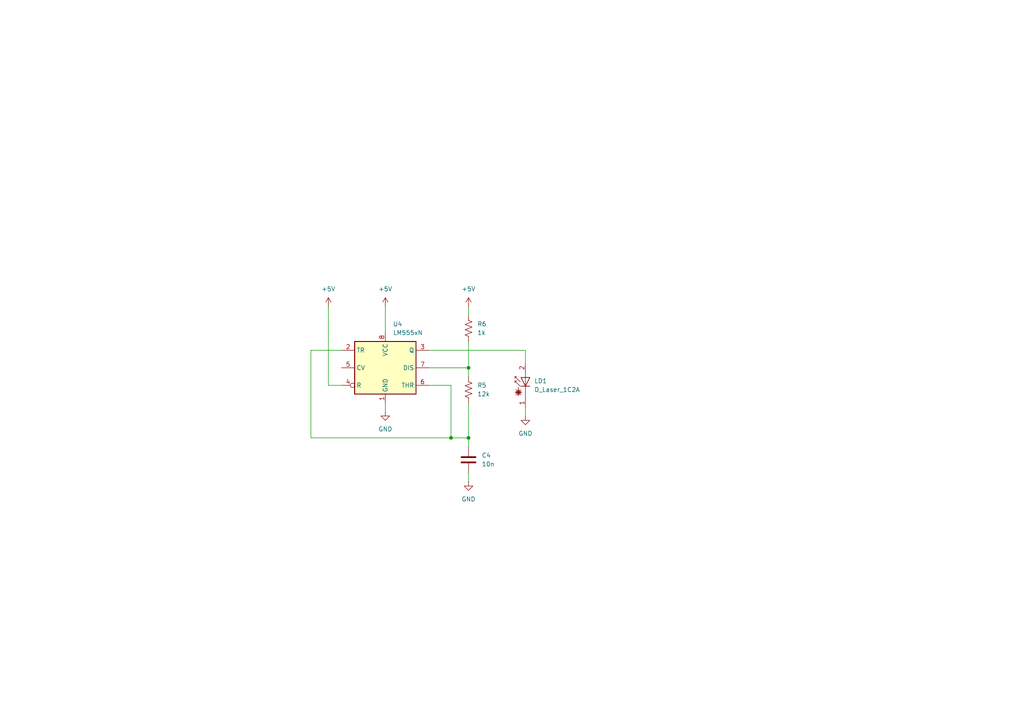
<source format=kicad_sch>
(kicad_sch (version 20231120) (generator "eeschema") (generator_version "8.0")
  (paper "A4")
  (lib_symbols
    (symbol "Device:C" (pin_numbers hide) (pin_names (offset 0.254))
      (property "Reference" "C" (at 0.635 2.54 0))
      (property "Value" "C" (at 0.635 -2.54 0))
      (symbol "C_0_1"
        (polyline (pts (xy -2.032 -0.762) (xy 2.032 -0.762)) (stroke (width 0.508)))
        (polyline (pts (xy -2.032 0.762) (xy 2.032 0.762)) (stroke (width 0.508)))
      )
      (symbol "C_1_1"
        (pin passive line (at 0 3.81 270) (length 2.794) (name "~") (number "1"))
        (pin passive line (at 0 -3.81 90) (length 2.794) (name "~") (number "2"))
      )
    )
    (symbol "Device:D_Laser_1C2A" (pin_names (offset 1.016) hide)
      (property "Reference" "LD" (at -1.27 4.445 0))
      (property "Value" "D_Laser_1C2A" (at -1.27 -2.54 0))
      (symbol "D_Laser_1C2A_0_1"
        (polyline (pts (xy -4.064 1.27) (xy -2.54 2.794)))
        (polyline (pts (xy -4.064 1.778) (xy -2.54 2.286)))
        (polyline (pts (xy -4.064 2.286) (xy -2.54 1.778)))
        (polyline (pts (xy -4.064 2.794) (xy -2.54 1.27)))
        (polyline (pts (xy -3.556 2.794) (xy -3.048 1.27)))
        (polyline (pts (xy -3.302 2.032) (xy -3.302 1.016)))
        (polyline (pts (xy -3.302 2.032) (xy -3.302 3.048)))
        (polyline (pts (xy -3.048 2.794) (xy -3.556 1.27)))
        (polyline (pts (xy -1.778 2.032) (xy -4.318 2.032)))
        (polyline (pts (xy -1.524 1.27) (xy -1.524 -1.27)) (stroke (width 0.2032)))
        (polyline (pts (xy 1.27 3.048) (xy 0.762 3.048)))
        (polyline (pts (xy 2.54 0) (xy -5.08 0)))
        (polyline (pts (xy -0.254 1.524) (xy 1.27 3.048) (xy 1.27 2.54)))
        (polyline (pts (xy 1.016 1.27) (xy 1.016 -1.27) (xy -1.524 0) (xy 1.016 1.27)) (stroke (width 0.2032)))
        (polyline (pts (xy -1.524 1.524) (xy 0 3.048) (xy 0 2.54) (xy 0 3.048) (xy -0.508 3.048)))
      )
      (symbol "D_Laser_1C2A_1_1"
        (pin passive line (at -7.62 0 0) (length 2.54) (name "K") (number "1"))
        (pin passive line (at 5.08 0 180) (length 2.54) (name "A") (number "2"))
      )
    )
    (symbol "Device:R_US" (pin_numbers hide) (pin_names (offset 0))
      (property "Reference" "R" (at 2.54 0 90))
      (property "Value" "R_US" (at -2.54 0 90))
      (symbol "R_US_0_1"
        (polyline (pts (xy 0 -2.286) (xy 0 -2.54)))
        (polyline (pts (xy 0 2.286) (xy 0 2.54)))
        (polyline (pts (xy 0 -0.762) (xy 1.016 -1.143) (xy 0 -1.524) (xy -1.016 -1.905) (xy 0 -2.286)))
        (polyline (pts (xy 0 0.762) (xy 1.016 0.381) (xy 0 0) (xy -1.016 -0.381) (xy 0 -0.762)))
        (polyline (pts (xy 0 2.286) (xy 1.016 1.905) (xy 0 1.524) (xy -1.016 1.143) (xy 0 0.762)))
      )
      (symbol "R_US_1_1"
        (pin passive line (at 0 3.81 270) (length 1.27) (name "~") (number "1"))
        (pin passive line (at 0 -3.81 90) (length 1.27) (name "~") (number "2"))
      )
    )
    (symbol "Timer:LM555xN"
      (property "Reference" "U" (at -10.16 8.89 0))
      (property "Value" "LM555xN" (at 2.54 8.89 0))
      (symbol "LM555xN_0_0"
        (pin power_in line (at 0 -10.16 90) (length 2.54) (name "GND") (number "1"))
        (pin power_in line (at 0 10.16 270) (length 2.54) (name "VCC") (number "8"))
      )
      (symbol "LM555xN_0_1"
        (rectangle (start -8.89 -7.62) (end 8.89 7.62) (stroke (width 0.254)) (fill (type background)))
        (rectangle (start -8.89 -7.62) (end 8.89 7.62) (stroke (width 0.254)) (fill (type background)))
      )
      (symbol "LM555xN_1_1"
        (pin input line (at -12.7 5.08 0) (length 3.81) (name "TR") (number "2"))
        (pin output line (at 12.7 5.08 180) (length 3.81) (name "Q") (number "3"))
        (pin input inverted (at -12.7 -5.08 0) (length 3.81) (name "R") (number "4"))
        (pin input line (at -12.7 0 0) (length 3.81) (name "CV") (number "5"))
        (pin input line (at 12.7 -5.08 180) (length 3.81) (name "THR") (number "6"))
        (pin input line (at 12.7 0 180) (length 3.81) (name "DIS") (number "7"))
      )
    )
    (symbol "power:+5V" (power) (pin_numbers hide) (pin_names (offset 0) hide)
      (property "Value" "+5V" (at 0 3.556 0))
      (symbol "+5V_0_1"
        (polyline (pts (xy -0.762 1.27) (xy 0 2.54)))
        (polyline (pts (xy 0 0) (xy 0 2.54)))
        (polyline (pts (xy 0 2.54) (xy 0.762 1.27)))
      )
      (symbol "+5V_1_1"
        (pin power_in line (at 0 0 90) (length 0) (name "~") (number "1"))
      )
    )
    (symbol "power:GND" (power) (pin_numbers hide) (pin_names (offset 0) hide)
      (property "Value" "GND" (at 0 -3.81 0))
      (symbol "GND_0_1"
        (polyline (pts (xy 0 0) (xy 0 -1.27) (xy 1.27 -1.27) (xy 0 -2.54) (xy -1.27 -1.27) (xy 0 -1.27)))
      )
      (symbol "GND_1_1"
        (pin power_in line (at 0 0 270) (length 0) (name "~") (number "1"))
      )
    )
  )
  (junction (at 135.89 127))
  (junction (at 130.81 127))
  (junction (at 135.89 106.68))
  (wire (pts (xy 90.17 101.6) (xy 99.06 101.6)))
  (wire (pts (xy 95.25 111.76) (xy 99.06 111.76)))
  (wire (pts (xy 135.89 109.22) (xy 135.89 106.68)))
  (wire (pts (xy 135.89 106.68) (xy 135.89 99.06)))
  (wire (pts (xy 95.25 88.9) (xy 95.25 111.76)))
  (wire (pts (xy 111.76 96.52) (xy 111.76 88.9)))
  (wire (pts (xy 130.81 127) (xy 135.89 127)))
  (wire (pts (xy 124.46 111.76) (xy 130.81 111.76)))
  (wire (pts (xy 124.46 101.6) (xy 152.4 101.6)))
  (wire (pts (xy 111.76 116.84) (xy 111.76 119.38)))
  (wire (pts (xy 135.89 137.16) (xy 135.89 139.7)))
  (wire (pts (xy 135.89 116.84) (xy 135.89 127)))
  (wire (pts (xy 90.17 127) (xy 130.81 127)))
  (wire (pts (xy 124.46 106.68) (xy 135.89 106.68)))
  (wire (pts (xy 135.89 88.9) (xy 135.89 91.44)))
  (wire (pts (xy 152.4 118.11) (xy 152.4 120.65)))
  (wire (pts (xy 135.89 129.54) (xy 135.89 127)))
  (wire (pts (xy 130.81 111.76) (xy 130.81 127)))
  (wire (pts (xy 90.17 127) (xy 90.17 101.6)))
  (wire (pts (xy 152.4 105.41) (xy 152.4 101.6)))
  (symbol (lib_id "power:GND") (at 135.89 139.7 0) (unit 1)
    (property "Reference" "#PWR020" (effects (hide yes)))
    (property "Value" "GND" (at 135.89 144.78 0))
    (property "Description" "Power symbol creates a global label with name \"GND\" , ground" (effects (hide yes)))
  )
  (symbol (lib_id "Device:R_US") (at 135.89 95.25 0) (unit 1)
    (property "Reference" "R6" (at 138.43 93.9799 0) (effects (justify left)))
    (property "Value" "1k" (at 138.43 96.5199 0) (effects (justify left)))
    (property "Description" "Resistor, US symbol" (effects (hide yes)))
  )
  (symbol (lib_id "power:GND") (at 152.4 120.65 0) (unit 1)
    (property "Reference" "#PWR019" (effects (hide yes)))
    (property "Value" "GND" (at 152.4 125.73 0))
    (property "Description" "Power symbol creates a global label with name \"GND\" , ground" (effects (hide yes)))
  )
  (symbol (lib_id "Device:R_US") (at 135.89 113.03 0) (unit 1)
    (property "Reference" "R5" (at 138.43 111.7599 0) (effects (justify left)))
    (property "Value" "12k" (at 138.43 114.2999 0) (effects (justify left)))
    (property "Description" "Resistor, US symbol" (effects (hide yes)))
  )
  (symbol (lib_id "power:+5V") (at 95.25 88.9 0) (unit 1)
    (property "Reference" "#PWR017" (effects (hide yes)))
    (property "Value" "+5V" (at 95.25 83.82 0))
    (property "Description" "Power symbol creates a global label with name \"+5V\"" (effects (hide yes)))
  )
  (symbol (lib_id "power:+5V") (at 111.76 88.9 0) (unit 1)
    (property "Reference" "#PWR016" (effects (hide yes)))
    (property "Value" "+5V" (at 111.76 83.82 0))
    (property "Description" "Power symbol creates a global label with name \"+5V\"" (effects (hide yes)))
  )
  (symbol (lib_id "power:+5V") (at 135.89 88.9 0) (unit 1)
    (property "Reference" "#PWR018" (effects (hide yes)))
    (property "Value" "+5V" (at 135.89 83.82 0))
    (property "Description" "Power symbol creates a global label with name \"+5V\"" (effects (hide yes)))
  )
  (symbol (lib_id "Device:D_Laser_1C2A") (at 152.4 110.49 90) (unit 1)
    (property "Reference" "LD1" (at 154.94 110.4899 90) (effects (justify right)))
    (property "Value" "D_Laser_1C2A" (at 154.94 113.0299 90) (effects (justify right)))
    (property "Description" "Laser diode, cathode on pin 1, anode on pin 2" (effects (hide yes)))
  )
  (symbol (lib_id "Timer:LM555xN") (at 111.76 106.68 0) (unit 1)
    (property "Reference" "U4" (at 113.9541 93.98 0) (effects (justify left)))
    (property "Value" "LM555xN" (at 113.9541 96.52 0) (effects (justify left)))
    (property "Footprint" "Package_DIP:DIP-8_W7.62mm" (effects (hide yes)))
    (property "Datasheet" "http://www.ti.com/lit/ds/symlink/lm555.pdf" (effects (hide yes)))
    (property "Description" "Timer, 555 compatible, PDIP-8" (effects (hide yes)))
  )
  (symbol (lib_id "Device:C") (at 135.89 133.35 0) (unit 1)
    (property "Reference" "C4" (at 139.7 132.0799 0) (effects (justify left)))
    (property "Value" "10n" (at 139.7 134.6199 0) (effects (justify left)))
    (property "Description" "Unpolarized capacitor" (effects (hide yes)))
  )
  (symbol (lib_id "power:GND") (at 111.76 119.38 0) (unit 1)
    (property "Reference" "#PWR015" (effects (hide yes)))
    (property "Value" "GND" (at 111.76 124.46 0))
    (property "Description" "Power symbol creates a global label with name \"GND\" , ground" (effects (hide yes)))
  )
)
</source>
